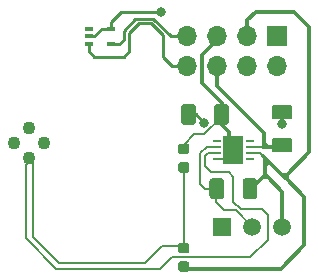
<source format=gbr>
G04 #@! TF.GenerationSoftware,KiCad,Pcbnew,(6.0.0-rc1-dev)*
G04 #@! TF.CreationDate,2018-08-18T01:00:10+02:00*
G04 #@! TF.ProjectId,reference_board,7265666572656E63655F626F6172642E,rev?*
G04 #@! TF.SameCoordinates,Original*
G04 #@! TF.FileFunction,Copper,L1,Top,Signal*
G04 #@! TF.FilePolarity,Positive*
%FSLAX46Y46*%
G04 Gerber Fmt 4.6, Leading zero omitted, Abs format (unit mm)*
G04 Created by KiCad (PCBNEW (6.0.0-rc1-dev)) date Sat Aug 18 01:00:10 2018*
%MOMM*%
%LPD*%
G01*
G04 APERTURE LIST*
G04 #@! TA.AperFunction,EtchedComponent*
%ADD10C,0.200000*%
G04 #@! TD*
G04 #@! TA.AperFunction,Conductor*
%ADD11C,0.200000*%
G04 #@! TD*
G04 #@! TA.AperFunction,ComponentPad*
%ADD12C,1.100000*%
G04 #@! TD*
G04 #@! TA.AperFunction,ComponentPad*
%ADD13R,1.500000X1.500000*%
G04 #@! TD*
G04 #@! TA.AperFunction,ComponentPad*
%ADD14C,1.500000*%
G04 #@! TD*
G04 #@! TA.AperFunction,Conductor*
%ADD15C,0.100000*%
G04 #@! TD*
G04 #@! TA.AperFunction,SMDPad,CuDef*
%ADD16C,1.250000*%
G04 #@! TD*
G04 #@! TA.AperFunction,SMDPad,CuDef*
%ADD17C,0.875000*%
G04 #@! TD*
G04 #@! TA.AperFunction,SMDPad,CuDef*
%ADD18R,0.650000X0.400000*%
G04 #@! TD*
G04 #@! TA.AperFunction,ComponentPad*
%ADD19R,1.700000X1.700000*%
G04 #@! TD*
G04 #@! TA.AperFunction,ComponentPad*
%ADD20O,1.700000X1.700000*%
G04 #@! TD*
G04 #@! TA.AperFunction,SMDPad,CuDef*
%ADD21R,0.700000X0.250000*%
G04 #@! TD*
G04 #@! TA.AperFunction,SMDPad,CuDef*
%ADD22R,1.660000X2.380000*%
G04 #@! TD*
G04 #@! TA.AperFunction,ViaPad*
%ADD23C,0.800000*%
G04 #@! TD*
G04 #@! TA.AperFunction,Conductor*
%ADD24C,0.200000*%
G04 #@! TD*
G04 #@! TA.AperFunction,Conductor*
%ADD25C,0.300000*%
G04 #@! TD*
G04 #@! TA.AperFunction,Conductor*
%ADD26C,0.250000*%
G04 #@! TD*
G04 #@! TA.AperFunction,Conductor*
%ADD27C,0.150000*%
G04 #@! TD*
G04 APERTURE END LIST*
D10*
G04 #@! TO.C,NT2*
X158300000Y-97200000D02*
X158300000Y-96800000D01*
G04 #@! TD*
D11*
G04 #@! TO.N,Net-(NT2-Pad2)*
G04 #@! TO.C,NT2*
X158300000Y-96800000D03*
G04 #@! TO.N,Net-(NT2-Pad1)*
X158300000Y-97200000D03*
G04 #@! TD*
D12*
G04 #@! TO.P,U2,2*
G04 #@! TO.N,Net-(NT2-Pad2)*
X158000000Y-96270000D03*
G04 #@! TO.P,U2,4*
G04 #@! TO.N,/Voltage Reference/V-*
X158000000Y-93730000D03*
G04 #@! TO.P,U2,3*
G04 #@! TO.N,/Voltage Reference/V+*
X159270000Y-95000000D03*
G04 #@! TO.P,U2,1*
G04 #@! TO.N,/Zener+_force*
X156730000Y-95000000D03*
G04 #@! TD*
D13*
G04 #@! TO.P,RN1,1*
G04 #@! TO.N,Net-(NT3-Pad1)*
X174360000Y-102100000D03*
D14*
G04 #@! TO.P,RN1,2*
G04 #@! TO.N,Net-(C3-Pad2)*
X176900000Y-102100000D03*
G04 #@! TO.P,RN1,3*
G04 #@! TO.N,/Vout*
X179440000Y-102100000D03*
G04 #@! TD*
D15*
G04 #@! TO.N,GND*
G04 #@! TO.C,C1*
G36*
X180049504Y-91776204D02*
X180073773Y-91779804D01*
X180097571Y-91785765D01*
X180120671Y-91794030D01*
X180142849Y-91804520D01*
X180163893Y-91817133D01*
X180183598Y-91831747D01*
X180201777Y-91848223D01*
X180218253Y-91866402D01*
X180232867Y-91886107D01*
X180245480Y-91907151D01*
X180255970Y-91929329D01*
X180264235Y-91952429D01*
X180270196Y-91976227D01*
X180273796Y-92000496D01*
X180275000Y-92025000D01*
X180275000Y-92775000D01*
X180273796Y-92799504D01*
X180270196Y-92823773D01*
X180264235Y-92847571D01*
X180255970Y-92870671D01*
X180245480Y-92892849D01*
X180232867Y-92913893D01*
X180218253Y-92933598D01*
X180201777Y-92951777D01*
X180183598Y-92968253D01*
X180163893Y-92982867D01*
X180142849Y-92995480D01*
X180120671Y-93005970D01*
X180097571Y-93014235D01*
X180073773Y-93020196D01*
X180049504Y-93023796D01*
X180025000Y-93025000D01*
X178775000Y-93025000D01*
X178750496Y-93023796D01*
X178726227Y-93020196D01*
X178702429Y-93014235D01*
X178679329Y-93005970D01*
X178657151Y-92995480D01*
X178636107Y-92982867D01*
X178616402Y-92968253D01*
X178598223Y-92951777D01*
X178581747Y-92933598D01*
X178567133Y-92913893D01*
X178554520Y-92892849D01*
X178544030Y-92870671D01*
X178535765Y-92847571D01*
X178529804Y-92823773D01*
X178526204Y-92799504D01*
X178525000Y-92775000D01*
X178525000Y-92025000D01*
X178526204Y-92000496D01*
X178529804Y-91976227D01*
X178535765Y-91952429D01*
X178544030Y-91929329D01*
X178554520Y-91907151D01*
X178567133Y-91886107D01*
X178581747Y-91866402D01*
X178598223Y-91848223D01*
X178616402Y-91831747D01*
X178636107Y-91817133D01*
X178657151Y-91804520D01*
X178679329Y-91794030D01*
X178702429Y-91785765D01*
X178726227Y-91779804D01*
X178750496Y-91776204D01*
X178775000Y-91775000D01*
X180025000Y-91775000D01*
X180049504Y-91776204D01*
X180049504Y-91776204D01*
G37*
D16*
G04 #@! TD*
G04 #@! TO.P,C1,2*
G04 #@! TO.N,GND*
X179400000Y-92400000D03*
D15*
G04 #@! TO.N,/Voltage Reference/V+*
G04 #@! TO.C,C1*
G36*
X180049504Y-94576204D02*
X180073773Y-94579804D01*
X180097571Y-94585765D01*
X180120671Y-94594030D01*
X180142849Y-94604520D01*
X180163893Y-94617133D01*
X180183598Y-94631747D01*
X180201777Y-94648223D01*
X180218253Y-94666402D01*
X180232867Y-94686107D01*
X180245480Y-94707151D01*
X180255970Y-94729329D01*
X180264235Y-94752429D01*
X180270196Y-94776227D01*
X180273796Y-94800496D01*
X180275000Y-94825000D01*
X180275000Y-95575000D01*
X180273796Y-95599504D01*
X180270196Y-95623773D01*
X180264235Y-95647571D01*
X180255970Y-95670671D01*
X180245480Y-95692849D01*
X180232867Y-95713893D01*
X180218253Y-95733598D01*
X180201777Y-95751777D01*
X180183598Y-95768253D01*
X180163893Y-95782867D01*
X180142849Y-95795480D01*
X180120671Y-95805970D01*
X180097571Y-95814235D01*
X180073773Y-95820196D01*
X180049504Y-95823796D01*
X180025000Y-95825000D01*
X178775000Y-95825000D01*
X178750496Y-95823796D01*
X178726227Y-95820196D01*
X178702429Y-95814235D01*
X178679329Y-95805970D01*
X178657151Y-95795480D01*
X178636107Y-95782867D01*
X178616402Y-95768253D01*
X178598223Y-95751777D01*
X178581747Y-95733598D01*
X178567133Y-95713893D01*
X178554520Y-95692849D01*
X178544030Y-95670671D01*
X178535765Y-95647571D01*
X178529804Y-95623773D01*
X178526204Y-95599504D01*
X178525000Y-95575000D01*
X178525000Y-94825000D01*
X178526204Y-94800496D01*
X178529804Y-94776227D01*
X178535765Y-94752429D01*
X178544030Y-94729329D01*
X178554520Y-94707151D01*
X178567133Y-94686107D01*
X178581747Y-94666402D01*
X178598223Y-94648223D01*
X178616402Y-94631747D01*
X178636107Y-94617133D01*
X178657151Y-94604520D01*
X178679329Y-94594030D01*
X178702429Y-94585765D01*
X178726227Y-94579804D01*
X178750496Y-94576204D01*
X178775000Y-94575000D01*
X180025000Y-94575000D01*
X180049504Y-94576204D01*
X180049504Y-94576204D01*
G37*
D16*
G04 #@! TD*
G04 #@! TO.P,C1,1*
G04 #@! TO.N,/Voltage Reference/V+*
X179400000Y-95200000D03*
D15*
G04 #@! TO.N,/Voltage Reference/V-*
G04 #@! TO.C,C2*
G36*
X174699504Y-91726204D02*
X174723773Y-91729804D01*
X174747571Y-91735765D01*
X174770671Y-91744030D01*
X174792849Y-91754520D01*
X174813893Y-91767133D01*
X174833598Y-91781747D01*
X174851777Y-91798223D01*
X174868253Y-91816402D01*
X174882867Y-91836107D01*
X174895480Y-91857151D01*
X174905970Y-91879329D01*
X174914235Y-91902429D01*
X174920196Y-91926227D01*
X174923796Y-91950496D01*
X174925000Y-91975000D01*
X174925000Y-93225000D01*
X174923796Y-93249504D01*
X174920196Y-93273773D01*
X174914235Y-93297571D01*
X174905970Y-93320671D01*
X174895480Y-93342849D01*
X174882867Y-93363893D01*
X174868253Y-93383598D01*
X174851777Y-93401777D01*
X174833598Y-93418253D01*
X174813893Y-93432867D01*
X174792849Y-93445480D01*
X174770671Y-93455970D01*
X174747571Y-93464235D01*
X174723773Y-93470196D01*
X174699504Y-93473796D01*
X174675000Y-93475000D01*
X173925000Y-93475000D01*
X173900496Y-93473796D01*
X173876227Y-93470196D01*
X173852429Y-93464235D01*
X173829329Y-93455970D01*
X173807151Y-93445480D01*
X173786107Y-93432867D01*
X173766402Y-93418253D01*
X173748223Y-93401777D01*
X173731747Y-93383598D01*
X173717133Y-93363893D01*
X173704520Y-93342849D01*
X173694030Y-93320671D01*
X173685765Y-93297571D01*
X173679804Y-93273773D01*
X173676204Y-93249504D01*
X173675000Y-93225000D01*
X173675000Y-91975000D01*
X173676204Y-91950496D01*
X173679804Y-91926227D01*
X173685765Y-91902429D01*
X173694030Y-91879329D01*
X173704520Y-91857151D01*
X173717133Y-91836107D01*
X173731747Y-91816402D01*
X173748223Y-91798223D01*
X173766402Y-91781747D01*
X173786107Y-91767133D01*
X173807151Y-91754520D01*
X173829329Y-91744030D01*
X173852429Y-91735765D01*
X173876227Y-91729804D01*
X173900496Y-91726204D01*
X173925000Y-91725000D01*
X174675000Y-91725000D01*
X174699504Y-91726204D01*
X174699504Y-91726204D01*
G37*
D16*
G04 #@! TD*
G04 #@! TO.P,C2,1*
G04 #@! TO.N,/Voltage Reference/V-*
X174300000Y-92600000D03*
D15*
G04 #@! TO.N,GND*
G04 #@! TO.C,C2*
G36*
X171899504Y-91726204D02*
X171923773Y-91729804D01*
X171947571Y-91735765D01*
X171970671Y-91744030D01*
X171992849Y-91754520D01*
X172013893Y-91767133D01*
X172033598Y-91781747D01*
X172051777Y-91798223D01*
X172068253Y-91816402D01*
X172082867Y-91836107D01*
X172095480Y-91857151D01*
X172105970Y-91879329D01*
X172114235Y-91902429D01*
X172120196Y-91926227D01*
X172123796Y-91950496D01*
X172125000Y-91975000D01*
X172125000Y-93225000D01*
X172123796Y-93249504D01*
X172120196Y-93273773D01*
X172114235Y-93297571D01*
X172105970Y-93320671D01*
X172095480Y-93342849D01*
X172082867Y-93363893D01*
X172068253Y-93383598D01*
X172051777Y-93401777D01*
X172033598Y-93418253D01*
X172013893Y-93432867D01*
X171992849Y-93445480D01*
X171970671Y-93455970D01*
X171947571Y-93464235D01*
X171923773Y-93470196D01*
X171899504Y-93473796D01*
X171875000Y-93475000D01*
X171125000Y-93475000D01*
X171100496Y-93473796D01*
X171076227Y-93470196D01*
X171052429Y-93464235D01*
X171029329Y-93455970D01*
X171007151Y-93445480D01*
X170986107Y-93432867D01*
X170966402Y-93418253D01*
X170948223Y-93401777D01*
X170931747Y-93383598D01*
X170917133Y-93363893D01*
X170904520Y-93342849D01*
X170894030Y-93320671D01*
X170885765Y-93297571D01*
X170879804Y-93273773D01*
X170876204Y-93249504D01*
X170875000Y-93225000D01*
X170875000Y-91975000D01*
X170876204Y-91950496D01*
X170879804Y-91926227D01*
X170885765Y-91902429D01*
X170894030Y-91879329D01*
X170904520Y-91857151D01*
X170917133Y-91836107D01*
X170931747Y-91816402D01*
X170948223Y-91798223D01*
X170966402Y-91781747D01*
X170986107Y-91767133D01*
X171007151Y-91754520D01*
X171029329Y-91744030D01*
X171052429Y-91735765D01*
X171076227Y-91729804D01*
X171100496Y-91726204D01*
X171125000Y-91725000D01*
X171875000Y-91725000D01*
X171899504Y-91726204D01*
X171899504Y-91726204D01*
G37*
D16*
G04 #@! TD*
G04 #@! TO.P,C2,2*
G04 #@! TO.N,GND*
X171500000Y-92600000D03*
D15*
G04 #@! TO.N,/Vout*
G04 #@! TO.C,C3*
G36*
X177099504Y-98026204D02*
X177123773Y-98029804D01*
X177147571Y-98035765D01*
X177170671Y-98044030D01*
X177192849Y-98054520D01*
X177213893Y-98067133D01*
X177233598Y-98081747D01*
X177251777Y-98098223D01*
X177268253Y-98116402D01*
X177282867Y-98136107D01*
X177295480Y-98157151D01*
X177305970Y-98179329D01*
X177314235Y-98202429D01*
X177320196Y-98226227D01*
X177323796Y-98250496D01*
X177325000Y-98275000D01*
X177325000Y-99525000D01*
X177323796Y-99549504D01*
X177320196Y-99573773D01*
X177314235Y-99597571D01*
X177305970Y-99620671D01*
X177295480Y-99642849D01*
X177282867Y-99663893D01*
X177268253Y-99683598D01*
X177251777Y-99701777D01*
X177233598Y-99718253D01*
X177213893Y-99732867D01*
X177192849Y-99745480D01*
X177170671Y-99755970D01*
X177147571Y-99764235D01*
X177123773Y-99770196D01*
X177099504Y-99773796D01*
X177075000Y-99775000D01*
X176325000Y-99775000D01*
X176300496Y-99773796D01*
X176276227Y-99770196D01*
X176252429Y-99764235D01*
X176229329Y-99755970D01*
X176207151Y-99745480D01*
X176186107Y-99732867D01*
X176166402Y-99718253D01*
X176148223Y-99701777D01*
X176131747Y-99683598D01*
X176117133Y-99663893D01*
X176104520Y-99642849D01*
X176094030Y-99620671D01*
X176085765Y-99597571D01*
X176079804Y-99573773D01*
X176076204Y-99549504D01*
X176075000Y-99525000D01*
X176075000Y-98275000D01*
X176076204Y-98250496D01*
X176079804Y-98226227D01*
X176085765Y-98202429D01*
X176094030Y-98179329D01*
X176104520Y-98157151D01*
X176117133Y-98136107D01*
X176131747Y-98116402D01*
X176148223Y-98098223D01*
X176166402Y-98081747D01*
X176186107Y-98067133D01*
X176207151Y-98054520D01*
X176229329Y-98044030D01*
X176252429Y-98035765D01*
X176276227Y-98029804D01*
X176300496Y-98026204D01*
X176325000Y-98025000D01*
X177075000Y-98025000D01*
X177099504Y-98026204D01*
X177099504Y-98026204D01*
G37*
D16*
G04 #@! TD*
G04 #@! TO.P,C3,1*
G04 #@! TO.N,/Vout*
X176700000Y-98900000D03*
D15*
G04 #@! TO.N,Net-(C3-Pad2)*
G04 #@! TO.C,C3*
G36*
X174299504Y-98026204D02*
X174323773Y-98029804D01*
X174347571Y-98035765D01*
X174370671Y-98044030D01*
X174392849Y-98054520D01*
X174413893Y-98067133D01*
X174433598Y-98081747D01*
X174451777Y-98098223D01*
X174468253Y-98116402D01*
X174482867Y-98136107D01*
X174495480Y-98157151D01*
X174505970Y-98179329D01*
X174514235Y-98202429D01*
X174520196Y-98226227D01*
X174523796Y-98250496D01*
X174525000Y-98275000D01*
X174525000Y-99525000D01*
X174523796Y-99549504D01*
X174520196Y-99573773D01*
X174514235Y-99597571D01*
X174505970Y-99620671D01*
X174495480Y-99642849D01*
X174482867Y-99663893D01*
X174468253Y-99683598D01*
X174451777Y-99701777D01*
X174433598Y-99718253D01*
X174413893Y-99732867D01*
X174392849Y-99745480D01*
X174370671Y-99755970D01*
X174347571Y-99764235D01*
X174323773Y-99770196D01*
X174299504Y-99773796D01*
X174275000Y-99775000D01*
X173525000Y-99775000D01*
X173500496Y-99773796D01*
X173476227Y-99770196D01*
X173452429Y-99764235D01*
X173429329Y-99755970D01*
X173407151Y-99745480D01*
X173386107Y-99732867D01*
X173366402Y-99718253D01*
X173348223Y-99701777D01*
X173331747Y-99683598D01*
X173317133Y-99663893D01*
X173304520Y-99642849D01*
X173294030Y-99620671D01*
X173285765Y-99597571D01*
X173279804Y-99573773D01*
X173276204Y-99549504D01*
X173275000Y-99525000D01*
X173275000Y-98275000D01*
X173276204Y-98250496D01*
X173279804Y-98226227D01*
X173285765Y-98202429D01*
X173294030Y-98179329D01*
X173304520Y-98157151D01*
X173317133Y-98136107D01*
X173331747Y-98116402D01*
X173348223Y-98098223D01*
X173366402Y-98081747D01*
X173386107Y-98067133D01*
X173407151Y-98054520D01*
X173429329Y-98044030D01*
X173452429Y-98035765D01*
X173476227Y-98029804D01*
X173500496Y-98026204D01*
X173525000Y-98025000D01*
X174275000Y-98025000D01*
X174299504Y-98026204D01*
X174299504Y-98026204D01*
G37*
D16*
G04 #@! TD*
G04 #@! TO.P,C3,2*
G04 #@! TO.N,Net-(C3-Pad2)*
X173900000Y-98900000D03*
D15*
G04 #@! TO.N,/Vout*
G04 #@! TO.C,R1*
G36*
X171377691Y-105051053D02*
X171398926Y-105054203D01*
X171419750Y-105059419D01*
X171439962Y-105066651D01*
X171459368Y-105075830D01*
X171477781Y-105086866D01*
X171495024Y-105099654D01*
X171510930Y-105114070D01*
X171525346Y-105129976D01*
X171538134Y-105147219D01*
X171549170Y-105165632D01*
X171558349Y-105185038D01*
X171565581Y-105205250D01*
X171570797Y-105226074D01*
X171573947Y-105247309D01*
X171575000Y-105268750D01*
X171575000Y-105706250D01*
X171573947Y-105727691D01*
X171570797Y-105748926D01*
X171565581Y-105769750D01*
X171558349Y-105789962D01*
X171549170Y-105809368D01*
X171538134Y-105827781D01*
X171525346Y-105845024D01*
X171510930Y-105860930D01*
X171495024Y-105875346D01*
X171477781Y-105888134D01*
X171459368Y-105899170D01*
X171439962Y-105908349D01*
X171419750Y-105915581D01*
X171398926Y-105920797D01*
X171377691Y-105923947D01*
X171356250Y-105925000D01*
X170843750Y-105925000D01*
X170822309Y-105923947D01*
X170801074Y-105920797D01*
X170780250Y-105915581D01*
X170760038Y-105908349D01*
X170740632Y-105899170D01*
X170722219Y-105888134D01*
X170704976Y-105875346D01*
X170689070Y-105860930D01*
X170674654Y-105845024D01*
X170661866Y-105827781D01*
X170650830Y-105809368D01*
X170641651Y-105789962D01*
X170634419Y-105769750D01*
X170629203Y-105748926D01*
X170626053Y-105727691D01*
X170625000Y-105706250D01*
X170625000Y-105268750D01*
X170626053Y-105247309D01*
X170629203Y-105226074D01*
X170634419Y-105205250D01*
X170641651Y-105185038D01*
X170650830Y-105165632D01*
X170661866Y-105147219D01*
X170674654Y-105129976D01*
X170689070Y-105114070D01*
X170704976Y-105099654D01*
X170722219Y-105086866D01*
X170740632Y-105075830D01*
X170760038Y-105066651D01*
X170780250Y-105059419D01*
X170801074Y-105054203D01*
X170822309Y-105051053D01*
X170843750Y-105050000D01*
X171356250Y-105050000D01*
X171377691Y-105051053D01*
X171377691Y-105051053D01*
G37*
D17*
G04 #@! TD*
G04 #@! TO.P,R1,1*
G04 #@! TO.N,/Vout*
X171100000Y-105487500D03*
D15*
G04 #@! TO.N,Net-(NT2-Pad1)*
G04 #@! TO.C,R1*
G36*
X171377691Y-103476053D02*
X171398926Y-103479203D01*
X171419750Y-103484419D01*
X171439962Y-103491651D01*
X171459368Y-103500830D01*
X171477781Y-103511866D01*
X171495024Y-103524654D01*
X171510930Y-103539070D01*
X171525346Y-103554976D01*
X171538134Y-103572219D01*
X171549170Y-103590632D01*
X171558349Y-103610038D01*
X171565581Y-103630250D01*
X171570797Y-103651074D01*
X171573947Y-103672309D01*
X171575000Y-103693750D01*
X171575000Y-104131250D01*
X171573947Y-104152691D01*
X171570797Y-104173926D01*
X171565581Y-104194750D01*
X171558349Y-104214962D01*
X171549170Y-104234368D01*
X171538134Y-104252781D01*
X171525346Y-104270024D01*
X171510930Y-104285930D01*
X171495024Y-104300346D01*
X171477781Y-104313134D01*
X171459368Y-104324170D01*
X171439962Y-104333349D01*
X171419750Y-104340581D01*
X171398926Y-104345797D01*
X171377691Y-104348947D01*
X171356250Y-104350000D01*
X170843750Y-104350000D01*
X170822309Y-104348947D01*
X170801074Y-104345797D01*
X170780250Y-104340581D01*
X170760038Y-104333349D01*
X170740632Y-104324170D01*
X170722219Y-104313134D01*
X170704976Y-104300346D01*
X170689070Y-104285930D01*
X170674654Y-104270024D01*
X170661866Y-104252781D01*
X170650830Y-104234368D01*
X170641651Y-104214962D01*
X170634419Y-104194750D01*
X170629203Y-104173926D01*
X170626053Y-104152691D01*
X170625000Y-104131250D01*
X170625000Y-103693750D01*
X170626053Y-103672309D01*
X170629203Y-103651074D01*
X170634419Y-103630250D01*
X170641651Y-103610038D01*
X170650830Y-103590632D01*
X170661866Y-103572219D01*
X170674654Y-103554976D01*
X170689070Y-103539070D01*
X170704976Y-103524654D01*
X170722219Y-103511866D01*
X170740632Y-103500830D01*
X170760038Y-103491651D01*
X170780250Y-103484419D01*
X170801074Y-103479203D01*
X170822309Y-103476053D01*
X170843750Y-103475000D01*
X171356250Y-103475000D01*
X171377691Y-103476053D01*
X171377691Y-103476053D01*
G37*
D17*
G04 #@! TD*
G04 #@! TO.P,R1,2*
G04 #@! TO.N,Net-(NT2-Pad1)*
X171100000Y-103912500D03*
D15*
G04 #@! TO.N,/Voltage Reference/V-*
G04 #@! TO.C,R2*
G36*
X171377691Y-95076053D02*
X171398926Y-95079203D01*
X171419750Y-95084419D01*
X171439962Y-95091651D01*
X171459368Y-95100830D01*
X171477781Y-95111866D01*
X171495024Y-95124654D01*
X171510930Y-95139070D01*
X171525346Y-95154976D01*
X171538134Y-95172219D01*
X171549170Y-95190632D01*
X171558349Y-95210038D01*
X171565581Y-95230250D01*
X171570797Y-95251074D01*
X171573947Y-95272309D01*
X171575000Y-95293750D01*
X171575000Y-95731250D01*
X171573947Y-95752691D01*
X171570797Y-95773926D01*
X171565581Y-95794750D01*
X171558349Y-95814962D01*
X171549170Y-95834368D01*
X171538134Y-95852781D01*
X171525346Y-95870024D01*
X171510930Y-95885930D01*
X171495024Y-95900346D01*
X171477781Y-95913134D01*
X171459368Y-95924170D01*
X171439962Y-95933349D01*
X171419750Y-95940581D01*
X171398926Y-95945797D01*
X171377691Y-95948947D01*
X171356250Y-95950000D01*
X170843750Y-95950000D01*
X170822309Y-95948947D01*
X170801074Y-95945797D01*
X170780250Y-95940581D01*
X170760038Y-95933349D01*
X170740632Y-95924170D01*
X170722219Y-95913134D01*
X170704976Y-95900346D01*
X170689070Y-95885930D01*
X170674654Y-95870024D01*
X170661866Y-95852781D01*
X170650830Y-95834368D01*
X170641651Y-95814962D01*
X170634419Y-95794750D01*
X170629203Y-95773926D01*
X170626053Y-95752691D01*
X170625000Y-95731250D01*
X170625000Y-95293750D01*
X170626053Y-95272309D01*
X170629203Y-95251074D01*
X170634419Y-95230250D01*
X170641651Y-95210038D01*
X170650830Y-95190632D01*
X170661866Y-95172219D01*
X170674654Y-95154976D01*
X170689070Y-95139070D01*
X170704976Y-95124654D01*
X170722219Y-95111866D01*
X170740632Y-95100830D01*
X170760038Y-95091651D01*
X170780250Y-95084419D01*
X170801074Y-95079203D01*
X170822309Y-95076053D01*
X170843750Y-95075000D01*
X171356250Y-95075000D01*
X171377691Y-95076053D01*
X171377691Y-95076053D01*
G37*
D17*
G04 #@! TD*
G04 #@! TO.P,R2,2*
G04 #@! TO.N,/Voltage Reference/V-*
X171100000Y-95512500D03*
D15*
G04 #@! TO.N,Net-(NT2-Pad1)*
G04 #@! TO.C,R2*
G36*
X171377691Y-96651053D02*
X171398926Y-96654203D01*
X171419750Y-96659419D01*
X171439962Y-96666651D01*
X171459368Y-96675830D01*
X171477781Y-96686866D01*
X171495024Y-96699654D01*
X171510930Y-96714070D01*
X171525346Y-96729976D01*
X171538134Y-96747219D01*
X171549170Y-96765632D01*
X171558349Y-96785038D01*
X171565581Y-96805250D01*
X171570797Y-96826074D01*
X171573947Y-96847309D01*
X171575000Y-96868750D01*
X171575000Y-97306250D01*
X171573947Y-97327691D01*
X171570797Y-97348926D01*
X171565581Y-97369750D01*
X171558349Y-97389962D01*
X171549170Y-97409368D01*
X171538134Y-97427781D01*
X171525346Y-97445024D01*
X171510930Y-97460930D01*
X171495024Y-97475346D01*
X171477781Y-97488134D01*
X171459368Y-97499170D01*
X171439962Y-97508349D01*
X171419750Y-97515581D01*
X171398926Y-97520797D01*
X171377691Y-97523947D01*
X171356250Y-97525000D01*
X170843750Y-97525000D01*
X170822309Y-97523947D01*
X170801074Y-97520797D01*
X170780250Y-97515581D01*
X170760038Y-97508349D01*
X170740632Y-97499170D01*
X170722219Y-97488134D01*
X170704976Y-97475346D01*
X170689070Y-97460930D01*
X170674654Y-97445024D01*
X170661866Y-97427781D01*
X170650830Y-97409368D01*
X170641651Y-97389962D01*
X170634419Y-97369750D01*
X170629203Y-97348926D01*
X170626053Y-97327691D01*
X170625000Y-97306250D01*
X170625000Y-96868750D01*
X170626053Y-96847309D01*
X170629203Y-96826074D01*
X170634419Y-96805250D01*
X170641651Y-96785038D01*
X170650830Y-96765632D01*
X170661866Y-96747219D01*
X170674654Y-96729976D01*
X170689070Y-96714070D01*
X170704976Y-96699654D01*
X170722219Y-96686866D01*
X170740632Y-96675830D01*
X170760038Y-96666651D01*
X170780250Y-96659419D01*
X170801074Y-96654203D01*
X170822309Y-96651053D01*
X170843750Y-96650000D01*
X171356250Y-96650000D01*
X171377691Y-96651053D01*
X171377691Y-96651053D01*
G37*
D17*
G04 #@! TD*
G04 #@! TO.P,R2,1*
G04 #@! TO.N,Net-(NT2-Pad1)*
X171100000Y-97087500D03*
D18*
G04 #@! TO.P,U1,1*
G04 #@! TO.N,Net-(U1-Pad1)*
X163050000Y-85350000D03*
G04 #@! TO.P,U1,3*
G04 #@! TO.N,Net-(J1-Pad8)*
X163050000Y-86650000D03*
G04 #@! TO.P,U1,2*
G04 #@! TO.N,GND*
X163050000Y-86000000D03*
G04 #@! TO.P,U1,4*
G04 #@! TO.N,Net-(J1-Pad7)*
X164950000Y-86650000D03*
G04 #@! TO.P,U1,5*
G04 #@! TO.N,GND*
X164950000Y-85350000D03*
G04 #@! TD*
D19*
G04 #@! TO.P,J1,1*
G04 #@! TO.N,GND*
X179000000Y-86000000D03*
D20*
G04 #@! TO.P,J1,2*
G04 #@! TO.N,/Zener+_sense*
X179000000Y-88540000D03*
G04 #@! TO.P,J1,3*
G04 #@! TO.N,/Vout*
X176460000Y-86000000D03*
G04 #@! TO.P,J1,4*
G04 #@! TO.N,/Zener+_force*
X176460000Y-88540000D03*
G04 #@! TO.P,J1,5*
G04 #@! TO.N,/Voltage Reference/V-*
X173920000Y-86000000D03*
G04 #@! TO.P,J1,6*
G04 #@! TO.N,/Voltage Reference/V+*
X173920000Y-88540000D03*
G04 #@! TO.P,J1,7*
G04 #@! TO.N,Net-(J1-Pad7)*
X171380000Y-86000000D03*
G04 #@! TO.P,J1,8*
G04 #@! TO.N,Net-(J1-Pad8)*
X171380000Y-88540000D03*
G04 #@! TD*
D21*
G04 #@! TO.P,U3,1*
G04 #@! TO.N,Net-(U3-Pad1)*
X173900000Y-94850000D03*
G04 #@! TO.P,U3,2*
G04 #@! TO.N,Net-(C3-Pad2)*
X173900000Y-95350000D03*
G04 #@! TO.P,U3,3*
G04 #@! TO.N,Net-(NT2-Pad2)*
X173900000Y-95850000D03*
G04 #@! TO.P,U3,4*
G04 #@! TO.N,/Voltage Reference/V-*
X173900000Y-96350000D03*
G04 #@! TO.P,U3,5*
G04 #@! TO.N,N/C*
X176700000Y-96350000D03*
G04 #@! TO.P,U3,6*
G04 #@! TO.N,/Vout*
X176700000Y-95850000D03*
G04 #@! TO.P,U3,7*
G04 #@! TO.N,/Voltage Reference/V+*
X176700000Y-95350000D03*
G04 #@! TO.P,U3,8*
G04 #@! TO.N,Net-(U3-Pad8)*
X176700000Y-94850000D03*
D22*
G04 #@! TO.P,U3,9*
G04 #@! TO.N,/Voltage Reference/V-*
X175300000Y-95600000D03*
G04 #@! TD*
D23*
G04 #@! TO.N,GND*
X179400000Y-93400000D03*
X169200000Y-83900000D03*
X172800000Y-93300000D03*
G04 #@! TD*
D24*
G04 #@! TO.N,Net-(NT2-Pad1)*
X158300000Y-97200000D02*
X158300000Y-103000000D01*
X158300000Y-103000000D02*
X160500000Y-105200000D01*
X171100000Y-97050000D02*
X171100000Y-103700000D01*
D25*
G04 #@! TO.N,GND*
X179400000Y-92300000D02*
X179400000Y-93400000D01*
D26*
X163050000Y-86000000D02*
X163500000Y-86000000D01*
X164150000Y-85350000D02*
X164950000Y-85350000D01*
X163500000Y-86000000D02*
X164150000Y-85350000D01*
X164950000Y-84750000D02*
X165800000Y-83900000D01*
X164950000Y-85350000D02*
X164950000Y-84750000D01*
X165800000Y-83900000D02*
X169200000Y-83900000D01*
X172100000Y-92600000D02*
X171400000Y-92600000D01*
X172800000Y-93300000D02*
X172100000Y-92600000D01*
D25*
G04 #@! TO.N,/Voltage Reference/V+*
X173920000Y-88540000D02*
X173920000Y-90220000D01*
X173920000Y-90220000D02*
X177900000Y-94200000D01*
X177900000Y-94200000D02*
X177900000Y-95100000D01*
X177900000Y-95350000D02*
X178200000Y-95350000D01*
X178200000Y-95350000D02*
X179350000Y-95350000D01*
X177950000Y-95100000D02*
X178200000Y-95350000D01*
X177900000Y-95100000D02*
X177950000Y-95100000D01*
D26*
X179350000Y-95350000D02*
X179400000Y-95300000D01*
D25*
X177900000Y-95350000D02*
X178000000Y-95350000D01*
X177900000Y-95250000D02*
X178000000Y-95350000D01*
X177900000Y-95100000D02*
X177900000Y-95350000D01*
D24*
X176700000Y-95350000D02*
X177800000Y-95350000D01*
D25*
X177800000Y-95350000D02*
X177900000Y-95350000D01*
X177900000Y-95100000D02*
X177900000Y-95250000D01*
X177900000Y-95250000D02*
X177800000Y-95350000D01*
G04 #@! TO.N,/Voltage Reference/V-*
X173920000Y-86000000D02*
X173920000Y-86280000D01*
X173920000Y-86280000D02*
X172650000Y-87550000D01*
X172650000Y-87550000D02*
X172650000Y-89950000D01*
D24*
X175715000Y-96195000D02*
X174885000Y-96195000D01*
X175715000Y-95005000D02*
X175715000Y-96195000D01*
X174885000Y-95005000D02*
X175715000Y-95005000D01*
X173900000Y-96350000D02*
X174730000Y-96350000D01*
X174730000Y-96350000D02*
X174885000Y-96195000D01*
D27*
X171100000Y-95200000D02*
X171100000Y-95550000D01*
X172000000Y-94300000D02*
X171100000Y-95200000D01*
D25*
X172650000Y-89950000D02*
X174300000Y-91600000D01*
X174300000Y-91600000D02*
X174300000Y-92600000D01*
X174300000Y-92600000D02*
X174300000Y-93500000D01*
X174885000Y-94085000D02*
X174885000Y-95005000D01*
X174300000Y-93500000D02*
X174885000Y-94085000D01*
D27*
X174300000Y-92800000D02*
X172800000Y-94300000D01*
X174300000Y-92600000D02*
X174300000Y-92800000D01*
X172800000Y-94300000D02*
X172000000Y-94300000D01*
D26*
G04 #@! TO.N,Net-(J1-Pad7)*
X165650000Y-86650000D02*
X164950000Y-86650000D01*
X170000000Y-86000000D02*
X168500000Y-84500000D01*
X166000000Y-86300000D02*
X165650000Y-86650000D01*
X171380000Y-86000000D02*
X170000000Y-86000000D01*
X168500000Y-84500000D02*
X167000000Y-84500000D01*
X166000000Y-85500000D02*
X166000000Y-86300000D01*
X167000000Y-84500000D02*
X166000000Y-85500000D01*
G04 #@! TO.N,Net-(J1-Pad8)*
X163050000Y-87250000D02*
X163050000Y-86650000D01*
X163500000Y-87700000D02*
X163050000Y-87250000D01*
X166500000Y-87200000D02*
X166000000Y-87700000D01*
X166000000Y-87700000D02*
X163500000Y-87700000D01*
X166500000Y-85700000D02*
X166500000Y-87200000D01*
X170140000Y-88540000D02*
X169300000Y-87700000D01*
X171380000Y-88540000D02*
X170140000Y-88540000D01*
X169300000Y-87700000D02*
X169300000Y-85900000D01*
X169300000Y-85900000D02*
X168300000Y-84900000D01*
X168300000Y-84900000D02*
X167300000Y-84900000D01*
X167300000Y-84900000D02*
X166500000Y-85700000D01*
D25*
G04 #@! TO.N,/Vout*
X177800000Y-97900000D02*
X176800000Y-98900000D01*
X178000000Y-97700000D02*
X177800000Y-97900000D01*
X179440000Y-99140000D02*
X178200000Y-97900000D01*
X178200000Y-97900000D02*
X178000000Y-97700000D01*
X177800000Y-97900000D02*
X178200000Y-97900000D01*
X179600000Y-97900000D02*
X179800000Y-98100000D01*
X179800000Y-98100000D02*
X181300000Y-99600000D01*
X179800000Y-97700000D02*
X179800000Y-98100000D01*
X179400000Y-97700000D02*
X179600000Y-97900000D01*
X178400000Y-96700000D02*
X179400000Y-97700000D01*
X181700000Y-95800000D02*
X179800000Y-97700000D01*
X179800000Y-97700000D02*
X179600000Y-97900000D01*
X179400000Y-97700000D02*
X179800000Y-97700000D01*
X176460000Y-84640000D02*
X177200000Y-83900000D01*
X176460000Y-86000000D02*
X176460000Y-84640000D01*
X177200000Y-83900000D02*
X180400000Y-83900000D01*
X180400000Y-83900000D02*
X181700000Y-85200000D01*
X181700000Y-85200000D02*
X181700000Y-95800000D01*
X181300000Y-99600000D02*
X181300000Y-103700000D01*
X181300000Y-103700000D02*
X179350000Y-105650000D01*
X179350000Y-105650000D02*
X171100000Y-105650000D01*
X178000000Y-97100000D02*
X178000000Y-97700000D01*
X178000000Y-96900000D02*
X178200000Y-96700000D01*
X178000000Y-96700000D02*
X178000000Y-97100000D01*
X178000000Y-97100000D02*
X178000000Y-96900000D01*
X178000000Y-96700000D02*
X178200000Y-96700000D01*
X178200000Y-96700000D02*
X178400000Y-96700000D01*
X178000000Y-96500000D02*
X178000000Y-96700000D01*
X178000000Y-96300000D02*
X178400000Y-96700000D01*
X178000000Y-96300000D02*
X178000000Y-96500000D01*
X178000000Y-96500000D02*
X178000000Y-96400000D01*
X179440000Y-102100000D02*
X179440000Y-99140000D01*
X177800000Y-96100000D02*
X178000000Y-96300000D01*
D24*
X177550000Y-95850000D02*
X177800000Y-96100000D01*
X176700000Y-95850000D02*
X177550000Y-95850000D01*
D27*
G04 #@! TO.N,Net-(C3-Pad2)*
X174500000Y-100700000D02*
X175500000Y-100700000D01*
X175500000Y-100700000D02*
X176900000Y-102100000D01*
X173800000Y-100000000D02*
X174500000Y-100700000D01*
X173800000Y-98900000D02*
X173800000Y-100000000D01*
X172500000Y-98500000D02*
X172900000Y-98900000D01*
X172900000Y-98900000D02*
X173800000Y-98900000D01*
X172500000Y-95900000D02*
X172500000Y-98500000D01*
X173050000Y-95350000D02*
X172500000Y-95900000D01*
X173900000Y-95350000D02*
X173050000Y-95350000D01*
D25*
X173800000Y-98900000D02*
X173800000Y-99000000D01*
D24*
G04 #@! TO.N,Net-(NT2-Pad1)*
X169250000Y-103750000D02*
X171100000Y-103750000D01*
X160500000Y-105200000D02*
X167800000Y-105200000D01*
X167800000Y-105200000D02*
X169250000Y-103750000D01*
D27*
G04 #@! TO.N,Net-(NT2-Pad2)*
X160300000Y-105700000D02*
X157700000Y-103100000D01*
X157700000Y-103100000D02*
X157700000Y-96900000D01*
X157700000Y-96900000D02*
X158000000Y-96600000D01*
X158000000Y-96600000D02*
X158000000Y-96270000D01*
D24*
X158000000Y-96270000D02*
X158000000Y-96500000D01*
X158000000Y-96500000D02*
X158300000Y-96800000D01*
D27*
X176700000Y-104700000D02*
X170100000Y-104700000D01*
X178200000Y-103200000D02*
X176700000Y-104700000D01*
X178200000Y-101100000D02*
X178200000Y-103200000D01*
X177700000Y-100600000D02*
X178200000Y-101100000D01*
X175900000Y-100600000D02*
X177700000Y-100600000D01*
X175300000Y-97900000D02*
X175300000Y-100000000D01*
X173150000Y-95850000D02*
X172900000Y-96100000D01*
X173900000Y-95850000D02*
X173150000Y-95850000D01*
X172900000Y-96100000D02*
X172900000Y-97000000D01*
X174900000Y-97500000D02*
X175300000Y-97900000D01*
X172900000Y-97000000D02*
X173400000Y-97500000D01*
X169100000Y-105700000D02*
X160300000Y-105700000D01*
X170100000Y-104700000D02*
X169100000Y-105700000D01*
X175300000Y-100000000D02*
X175900000Y-100600000D01*
X173400000Y-97500000D02*
X174900000Y-97500000D01*
G04 #@! TD*
M02*

</source>
